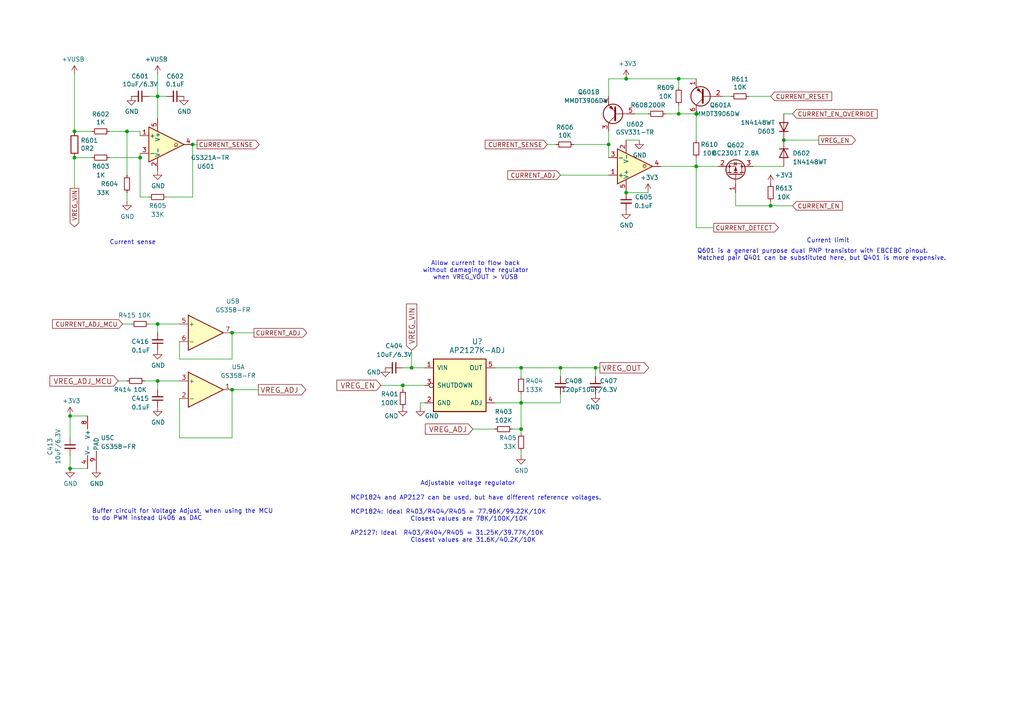
<source format=kicad_sch>
(kicad_sch (version 20250114) (generator "eeschema") (generator_version "9.0")
  (paper "A4")
  (lib_symbols
    (symbol "Amplifier_Operational:LM358_DFN" (pin_names (offset 0.127))
      (property "Reference" "U" (at 0 5.08 0))
      (property "Value" "LM358_DFN" (at 0 -5.08 0))
      (symbol "LM358_DFN_1_1"
        (polyline (pts (xy -5.08 5.08) (xy 5.08 0) (xy -5.08 -5.08) (xy -5.08 5.08)) (stroke (width 0.254)) (fill (type background)))
        (pin input line (at -7.62 2.54 0) (length 2.54) (name "+") (number "3"))
        (pin input line (at -7.62 -2.54 0) (length 2.54) (name "-") (number "2"))
        (pin output line (at 7.62 0 180) (length 2.54) (name "~") (number "1"))
      )
      (symbol "LM358_DFN_2_1"
        (polyline (pts (xy -5.08 5.08) (xy 5.08 0) (xy -5.08 -5.08) (xy -5.08 5.08)) (stroke (width 0.254)) (fill (type background)))
        (pin input line (at -7.62 2.54 0) (length 2.54) (name "+") (number "5"))
        (pin input line (at -7.62 -2.54 0) (length 2.54) (name "-") (number "6"))
        (pin output line (at 7.62 0 180) (length 2.54) (name "~") (number "7"))
      )
      (symbol "LM358_DFN_3_1"
        (pin power_in line (at -2.54 7.62 270) (length 3.81) (name "V+") (number "8"))
        (pin power_in line (at -2.54 -7.62 90) (length 3.81) (name "V-") (number "4"))
        (pin power_in line (at 0 -7.62 90) (length 5.08) (name "PAD") (number "9"))
      )
    )
    (symbol "BusPirate-5-rev10-rescue:+3.3V-power" (power) (pin_names (offset 0))
      (property "Value" "+3.3V-power" (at 0 3.556 0))
      (symbol "+3.3V-power_0_1"
        (polyline (pts (xy -0.762 1.27) (xy 0 2.54)))
        (polyline (pts (xy 0 2.54) (xy 0.762 1.27)))
        (polyline (pts (xy 0 0) (xy 0 2.54)))
      )
      (symbol "+3.3V-power_1_1"
        (pin power_in line (at 0 0 90) (length 0) (hide yes) (name "+3V3") (number "1"))
      )
    )
    (symbol "Comparator:LMV331" (pin_names (offset 0.127))
      (property "Reference" "U" (at 1.27 5.08 0))
      (property "Value" "LMV331" (at 3.81 -5.08 0))
      (symbol "LMV331_0_1"
        (polyline (pts (xy -5.08 5.08) (xy 5.08 0) (xy -5.08 -5.08) (xy -5.08 5.08)) (stroke (width 0.254)) (fill (type background)))
        (polyline (pts (xy 3.302 -0.508) (xy 2.794 -0.508) (xy 3.302 0) (xy 2.794 0.508) (xy 2.286 0) (xy 2.794 -0.508) (xy 2.286 -0.508)) (stroke (width 0.127)))
      )
      (symbol "LMV331_1_1"
        (pin input line (at -7.62 2.54 0) (length 2.54) (name "+") (number "1"))
        (pin input line (at -7.62 -2.54 0) (length 2.54) (name "-") (number "3"))
        (pin power_in line (at -2.54 7.62 270) (length 3.81) (name "V+") (number "5"))
        (pin power_in line (at -2.54 -7.62 90) (length 3.81) (name "V-") (number "2"))
        (pin open_collector line (at 7.62 0 180) (length 2.54) (name "~") (number "4"))
      )
    )
    (symbol "Device:C_Small" (pin_numbers (hide yes)) (pin_names (offset 0.254) (hide yes))
      (property "Reference" "C" (at 0.254 1.778 0))
      (property "Value" "C_Small" (at 0.254 -2.032 0))
      (symbol "C_Small_0_1"
        (polyline (pts (xy -1.524 0.508) (xy 1.524 0.508)) (stroke (width 0.3048)))
        (polyline (pts (xy -1.524 -0.508) (xy 1.524 -0.508)) (stroke (width 0.3302)))
      )
      (symbol "C_Small_1_1"
        (pin passive line (at 0 2.54 270) (length 2.032) (name "~") (number "1"))
        (pin passive line (at 0 -2.54 90) (length 2.032) (name "~") (number "2"))
      )
    )
    (symbol "Device:R" (pin_numbers (hide yes)) (pin_names (offset 0))
      (property "Reference" "R" (at 2.032 0 90))
      (property "Value" "R" (at 0 0 90))
      (symbol "R_0_1"
        (rectangle (start -1.016 -2.54) (end 1.016 2.54) (stroke (width 0.254)))
      )
      (symbol "R_1_1"
        (pin passive line (at 0 3.81 270) (length 1.27) (name "~") (number "1"))
        (pin passive line (at 0 -3.81 90) (length 1.27) (name "~") (number "2"))
      )
    )
    (symbol "Device:R_Small" (pin_numbers (hide yes)) (pin_names (offset 0.254) (hide yes))
      (property "Reference" "R" (at 0.762 0.508 0))
      (property "Value" "R_Small" (at 0.762 -1.016 0))
      (symbol "R_Small_0_1"
        (rectangle (start -0.762 1.778) (end 0.762 -1.778) (stroke (width 0.2032)))
      )
      (symbol "R_Small_1_1"
        (pin passive line (at 0 2.54 270) (length 0.762) (name "~") (number "1"))
        (pin passive line (at 0 -2.54 90) (length 0.762) (name "~") (number "2"))
      )
    )
    (symbol "Diode:1N4148WS" (pin_numbers (hide yes)) (pin_names (hide yes))
      (property "Reference" "D" (at 0 2.54 0))
      (property "Value" "1N4148WS" (at 0 -2.54 0))
      (symbol "1N4148WS_0_1"
        (polyline (pts (xy -1.27 1.27) (xy -1.27 -1.27)) (stroke (width 0.254)))
        (polyline (pts (xy 1.27 1.27) (xy 1.27 -1.27) (xy -1.27 0) (xy 1.27 1.27)) (stroke (width 0.254)))
        (polyline (pts (xy 1.27 0) (xy -1.27 0)))
      )
      (symbol "1N4148WS_1_1"
        (pin passive line (at -3.81 0 0) (length 2.54) (name "K") (number "1"))
        (pin passive line (at 3.81 0 180) (length 2.54) (name "A") (number "2"))
      )
    )
    (symbol "Transistor_FET:BSS84" (pin_names (hide yes))
      (property "Reference" "Q" (at 5.08 1.905 0))
      (property "Value" "BSS84" (at 5.08 0 0))
      (symbol "BSS84_0_1"
        (polyline (pts (xy 0.254 1.905) (xy 0.254 -1.905)) (stroke (width 0.254)))
        (polyline (pts (xy 0.254 0) (xy -2.54 0)))
        (polyline (pts (xy 0.762 2.286) (xy 0.762 1.27)) (stroke (width 0.254)))
        (polyline (pts (xy 0.762 1.778) (xy 3.302 1.778) (xy 3.302 -1.778) (xy 0.762 -1.778)))
        (polyline (pts (xy 0.762 0.508) (xy 0.762 -0.508)) (stroke (width 0.254)))
        (polyline (pts (xy 0.762 -1.27) (xy 0.762 -2.286)) (stroke (width 0.254)))
        (circle (center 1.651 0) (radius 2.794) (stroke (width 0.254)))
        (polyline (pts (xy 2.286 0) (xy 1.27 0.381) (xy 1.27 -0.381) (xy 2.286 0)) (fill (type outline)))
        (polyline (pts (xy 2.54 2.54) (xy 2.54 1.778)))
        (circle (center 2.54 1.778) (radius 0.254) (fill (type outline)))
        (circle (center 2.54 -1.778) (radius 0.254) (fill (type outline)))
        (polyline (pts (xy 2.54 -2.54) (xy 2.54 0) (xy 0.762 0)))
        (polyline (pts (xy 2.794 -0.508) (xy 2.921 -0.381) (xy 3.683 -0.381) (xy 3.81 -0.254)))
        (polyline (pts (xy 3.302 -0.381) (xy 2.921 0.254) (xy 3.683 0.254) (xy 3.302 -0.381)))
      )
      (symbol "BSS84_1_1"
        (pin input line (at -5.08 0 0) (length 2.54) (name "G") (number "1"))
        (pin passive line (at 2.54 5.08 270) (length 2.54) (name "D") (number "3"))
        (pin passive line (at 2.54 -5.08 90) (length 2.54) (name "S") (number "2"))
      )
    )
    (symbol "dp-power:+VUSB" (power) (pin_names (offset 1.016))
      (property "Value" "+VUSB" (at 0 5.08 0))
      (symbol "+VUSB_0_1"
        (polyline (pts (xy 0 2.54) (xy -0.762 1.27)))
        (polyline (pts (xy 0 2.54) (xy 0.762 1.27)))
        (polyline (pts (xy 0 0) (xy 0 2.54)))
      )
      (symbol "+VUSB_1_1"
        (pin power_in line (at 0 0 90) (length 0) (hide yes) (name "+VUSB") (number "1"))
      )
    )
    (symbol "dp-vreg:MCP1824" (pin_names (offset 1.016))
      (property "Reference" "U" (at 0 12.7 0))
      (property "Value" "MCP1824" (at 0 10.16 0))
      (symbol "MCP1824_0_1"
        (rectangle (start -7.62 7.62) (end 7.62 -7.62) (stroke (width 0.3048)) (fill (type background)))
      )
      (symbol "MCP1824_1_1"
        (pin input line (at -10.16 5.08 0) (length 2.54) (name "VIN") (number "1"))
        (pin input inverted (at -10.16 0 0) (length 2.54) (name "SHUTDOWN") (number "3"))
        (pin input line (at -10.16 -5.08 0) (length 2.54) (name "GND") (number "2"))
        (pin power_out line (at 10.16 5.08 180) (length 2.54) (name "OUT") (number "5"))
        (pin input line (at 10.16 -5.08 180) (length 2.54) (name "ADJ") (number "4"))
      )
    )
    (symbol "kicad5-device:Q_DUAL_PNP_PNP_E1B1C2E2B2C1" (pin_names (offset 0) (hide yes))
      (property "Reference" "Q" (at 5.08 1.27 0))
      (property "Value" "Q_DUAL_PNP_PNP_E1B1C2E2B2C1" (at 5.08 -1.27 0))
      (symbol "Q_DUAL_PNP_PNP_E1B1C2E2B2C1_0_1"
        (polyline (pts (xy 0.635 1.905) (xy 0.635 -1.905) (xy 0.635 -1.905)) (stroke (width 0.508)))
        (polyline (pts (xy 0.635 0.635) (xy 2.54 2.54)))
        (polyline (pts (xy 0.635 0) (xy -2.54 0)))
        (polyline (pts (xy 0.635 -0.635) (xy 2.54 -2.54) (xy 2.54 -2.54)))
        (circle (center 1.27 0) (radius 2.8194) (stroke (width 0.254)))
        (polyline (pts (xy 2.286 -1.778) (xy 1.778 -2.286) (xy 1.27 -1.27) (xy 2.286 -1.778) (xy 2.286 -1.778)) (fill (type outline)))
      )
      (symbol "Q_DUAL_PNP_PNP_E1B1C2E2B2C1_1_1"
        (pin input line (at -5.08 0 0) (length 2.54) (name "B1") (number "2"))
        (pin passive line (at 2.54 5.08 270) (length 2.54) (name "C1") (number "6"))
        (pin passive line (at 2.54 -5.08 90) (length 2.54) (name "E1") (number "1"))
      )
      (symbol "Q_DUAL_PNP_PNP_E1B1C2E2B2C1_2_1"
        (pin input line (at -5.08 0 0) (length 2.54) (name "B2") (number "5"))
        (pin passive line (at 2.54 5.08 270) (length 2.54) (name "C2") (number "3"))
        (pin passive line (at 2.54 -5.08 90) (length 2.54) (name "E2") (number "4"))
      )
    )
    (symbol "power:GND" (power) (pin_names (offset 0))
      (property "Value" "GND" (at 0 -3.81 0))
      (symbol "GND_0_1"
        (polyline (pts (xy 0 0) (xy 0 -1.27) (xy 1.27 -1.27) (xy 0 -2.54) (xy -1.27 -1.27) (xy 0 -1.27)))
      )
      (symbol "GND_1_1"
        (pin power_in line (at 0 0 270) (length 0) (hide yes) (name "GND") (number "1"))
      )
    )
  )
  (text "Adjustable voltage regulator" (at 121.92 140.97 0) (effects (font (size 1.27 1.27)) (justify left bottom)))
  (text "Current sense" (at 31.75 71.12 0) (effects (font (size 1.27 1.27)) (justify left bottom)))
  (text "Allow current to flow back\nwithout damaging the regulator\nwhen VREG_VOUT > VUSB" (at 137.922 78.486 0) (effects (font (size 1.27 1.27))))
  (text "MCP1824 and AP2127 can be used, but have different reference voltages.\n\nMCP1824: Ideal R403/R404/R405 = 77.96K/99.22K/10K\n                  Closest values are 78K/100K/10K\n\nAP2127: Ideal  R403/R404/R405 = 31.25K/39.77K/10K\n                  Closest values are 31.6K/40.2K/10K" (at 101.6 157.48 0) (effects (font (size 1.27 1.27)) (justify left bottom)))
  (text "Current limit" (at 233.934 70.612 0) (effects (font (size 1.27 1.27)) (justify left bottom)))
  (text "Buffer circuit for Voltage Adjust, when using the MCU\nto do PWM instead U406 as DAC" (at 26.67 151.13 0) (effects (font (size 1.27 1.27)) (justify left bottom)))
  (text "Q601 is a general purpose dual PNP transistor with EBCEBC pinout. \nMatched pair Q401 can be substituted here, but Q401 is more expensive.\n" (at 202.184 75.692 0) (effects (font (size 1.27 1.27)) (justify left bottom)))
  (junction (at 201.93 48.26))
  (junction (at 151.13 106.68))
  (junction (at 227.33 40.64))
  (junction (at 201.93 33.02))
  (junction (at 162.56 106.68))
  (junction (at 116.84 111.76))
  (junction (at 20.32 120.65))
  (junction (at 181.61 22.86))
  (junction (at 196.85 33.02))
  (junction (at 45.72 27.94))
  (junction (at 21.59 38.1))
  (junction (at 67.31 113.03))
  (junction (at 40.64 45.72))
  (junction (at 151.13 124.46))
  (junction (at 45.72 93.98))
  (junction (at 119.38 106.68))
  (junction (at 45.72 110.49))
  (junction (at 181.61 55.88))
  (junction (at 172.72 106.68))
  (junction (at 55.88 41.91))
  (junction (at 20.32 135.89))
  (junction (at 176.53 41.91))
  (junction (at 36.83 38.1))
  (junction (at 151.13 116.84))
  (junction (at 196.85 22.86))
  (junction (at 21.59 45.72))
  (junction (at 67.31 96.52))
  (junction (at 223.52 59.69))
  (wire (pts (xy 213.36 59.69) (xy 213.36 55.88)))
  (wire (pts (xy 26.67 45.72) (xy 21.59 45.72)))
  (wire (pts (xy 151.13 132.08) (xy 151.13 130.81)))
  (wire (pts (xy 176.53 50.8) (xy 162.56 50.8)))
  (wire (pts (xy 20.32 132.08) (xy 20.32 135.89)))
  (wire (pts (xy 67.31 127) (xy 67.31 113.03)))
  (wire (pts (xy 176.53 41.91) (xy 176.53 45.72)))
  (wire (pts (xy 52.07 110.49) (xy 45.72 110.49)))
  (wire (pts (xy 223.52 27.94) (xy 217.17 27.94)))
  (wire (pts (xy 151.13 125.73) (xy 151.13 124.46)))
  (wire (pts (xy 20.32 120.65) (xy 20.32 127)))
  (wire (pts (xy 166.37 41.91) (xy 176.53 41.91)))
  (wire (pts (xy 181.61 22.86) (xy 176.53 22.86)))
  (wire (pts (xy 31.75 38.1) (xy 36.83 38.1)))
  (wire (pts (xy 161.29 41.91) (xy 158.75 41.91)))
  (wire (pts (xy 151.13 116.84) (xy 162.56 116.84)))
  (wire (pts (xy 191.77 48.26) (xy 201.93 48.26)))
  (wire (pts (xy 45.72 93.98) (xy 45.72 96.52)))
  (wire (pts (xy 123.19 116.84) (xy 121.92 116.84)))
  (wire (pts (xy 40.64 38.1) (xy 40.64 39.37)))
  (wire (pts (xy 67.31 104.14) (xy 67.31 96.52)))
  (wire (pts (xy 40.64 57.15) (xy 40.64 45.72)))
  (wire (pts (xy 45.72 27.94) (xy 45.72 21.59)))
  (wire (pts (xy 21.59 38.1) (xy 21.59 21.59)))
  (wire (pts (xy 151.13 116.84) (xy 151.13 114.3)))
  (wire (pts (xy 116.84 111.76) (xy 110.49 111.76)))
  (wire (pts (xy 187.96 33.02) (xy 184.15 33.02)))
  (wire (pts (xy 193.04 33.02) (xy 196.85 33.02)))
  (wire (pts (xy 151.13 109.22) (xy 151.13 106.68)))
  (wire (pts (xy 172.72 106.68) (xy 173.99 106.68)))
  (wire (pts (xy 196.85 33.02) (xy 201.93 33.02)))
  (wire (pts (xy 43.18 57.15) (xy 40.64 57.15)))
  (wire (pts (xy 201.93 66.04) (xy 201.93 48.26)))
  (wire (pts (xy 36.83 55.88) (xy 36.83 58.42)))
  (wire (pts (xy 55.88 41.91) (xy 55.88 57.15)))
  (wire (pts (xy 137.16 124.46) (xy 143.51 124.46)))
  (wire (pts (xy 21.59 45.72) (xy 21.59 54.61)))
  (wire (pts (xy 55.88 57.15) (xy 48.26 57.15)))
  (wire (pts (xy 67.31 96.52) (xy 73.66 96.52)))
  (wire (pts (xy 52.07 99.06) (xy 52.07 104.14)))
  (wire (pts (xy 143.51 106.68) (xy 151.13 106.68)))
  (wire (pts (xy 213.36 59.69) (xy 223.52 59.69)))
  (wire (pts (xy 229.87 59.69) (xy 223.52 59.69)))
  (wire (pts (xy 181.61 22.86) (xy 196.85 22.86)))
  (wire (pts (xy 162.56 116.84) (xy 162.56 114.3)))
  (wire (pts (xy 196.85 22.86) (xy 201.93 22.86)))
  (wire (pts (xy 151.13 106.68) (xy 162.56 106.68)))
  (wire (pts (xy 40.64 44.45) (xy 40.64 45.72)))
  (wire (pts (xy 181.61 55.88) (xy 187.96 55.88)))
  (wire (pts (xy 201.93 48.26) (xy 201.93 45.72)))
  (wire (pts (xy 218.44 48.26) (xy 227.33 48.26)))
  (wire (pts (xy 119.38 101.6) (xy 119.38 106.68)))
  (wire (pts (xy 172.72 106.68) (xy 172.72 109.22)))
  (wire (pts (xy 55.88 41.91) (xy 57.15 41.91)))
  (wire (pts (xy 151.13 124.46) (xy 151.13 116.84)))
  (wire (pts (xy 212.09 27.94) (xy 209.55 27.94)))
  (wire (pts (xy 181.61 40.64) (xy 185.42 40.64)))
  (wire (pts (xy 207.01 66.04) (xy 201.93 66.04)))
  (wire (pts (xy 237.49 40.64) (xy 227.33 40.64)))
  (wire (pts (xy 176.53 27.94) (xy 176.53 22.86)))
  (wire (pts (xy 45.72 113.03) (xy 45.72 110.49)))
  (wire (pts (xy 52.07 115.57) (xy 52.07 127)))
  (wire (pts (xy 116.84 106.68) (xy 119.38 106.68)))
  (wire (pts (xy 116.84 113.03) (xy 116.84 111.76)))
  (wire (pts (xy 52.07 127) (xy 67.31 127)))
  (wire (pts (xy 143.51 116.84) (xy 151.13 116.84)))
  (wire (pts (xy 26.67 38.1) (xy 21.59 38.1)))
  (wire (pts (xy 45.72 93.98) (xy 52.07 93.98)))
  (wire (pts (xy 119.38 106.68) (xy 123.19 106.68)))
  (wire (pts (xy 52.07 104.14) (xy 67.31 104.14)))
  (wire (pts (xy 148.59 124.46) (xy 151.13 124.46)))
  (wire (pts (xy 176.53 38.1) (xy 176.53 41.91)))
  (wire (pts (xy 36.83 50.8) (xy 36.83 38.1)))
  (wire (pts (xy 45.72 110.49) (xy 41.91 110.49)))
  (wire (pts (xy 74.93 113.03) (xy 67.31 113.03)))
  (wire (pts (xy 123.19 111.76) (xy 116.84 111.76)))
  (wire (pts (xy 201.93 40.64) (xy 201.93 33.02)))
  (wire (pts (xy 196.85 25.4) (xy 196.85 22.86)))
  (wire (pts (xy 162.56 109.22) (xy 162.56 106.68)))
  (wire (pts (xy 162.56 106.68) (xy 172.72 106.68)))
  (wire (pts (xy 208.28 48.26) (xy 201.93 48.26)))
  (wire (pts (xy 36.83 110.49) (xy 34.29 110.49)))
  (wire (pts (xy 40.64 45.72) (xy 31.75 45.72)))
  (wire (pts (xy 196.85 30.48) (xy 196.85 33.02)))
  (wire (pts (xy 43.18 27.94) (xy 45.72 27.94)))
  (wire (pts (xy 36.83 38.1) (xy 40.64 38.1)))
  (wire (pts (xy 20.32 120.65) (xy 25.4 120.65)))
  (wire (pts (xy 45.72 27.94) (xy 45.72 34.29)))
  (wire (pts (xy 223.52 58.42) (xy 223.52 59.69)))
  (wire (pts (xy 43.18 93.98) (xy 45.72 93.98)))
  (wire (pts (xy 229.87 33.02) (xy 227.33 33.02)))
  (wire (pts (xy 121.92 116.84) (xy 121.92 118.11)))
  (wire (pts (xy 45.72 27.94) (xy 48.26 27.94)))
  (wire (pts (xy 20.32 135.89) (xy 25.4 135.89)))
  (wire (pts (xy 38.1 93.98) (xy 35.56 93.98)))
  (global_label "CURRENT_ADJ" (shape input) (at 162.56 50.8 180) (property "Intersheetrefs" "${INTERSHEET_REFS}" (effects (hide yes))))
  (global_label "VREG_VIN" (shape output) (at 21.59 54.61 270) (property "Intersheetrefs" "${INTERSHEET_REFS}" (effects (hide yes))))
  (global_label "VREG_ADJ" (shape output) (at 74.93 113.03 0) (effects (font (size 1.524 1.524))) (property "Intersheetrefs" "${INTERSHEET_REFS}" (effects (hide yes))))
  (global_label "CURRENT_ADJ" (shape output) (at 73.66 96.52 0) (property "Intersheetrefs" "${INTERSHEET_REFS}" (effects (hide yes))))
  (global_label "CURRENT_DETECT" (shape output) (at 207.01 66.04 0) (property "Intersheetrefs" "${INTERSHEET_REFS}" (effects (hide yes))))
  (global_label "VREG_ADJ" (shape input) (at 137.16 124.46 180) (effects (font (size 1.524 1.524))) (property "Intersheetrefs" "${INTERSHEET_REFS}" (effects (hide yes))))
  (global_label "VREG_EN" (shape output) (at 237.49 40.64 0) (property "Intersheetrefs" "${INTERSHEET_REFS}" (effects (hide yes))))
  (global_label "VREG_OUT" (shape output) (at 173.99 106.68 0) (effects (font (size 1.524 1.524))) (property "Intersheetrefs" "${INTERSHEET_REFS}" (effects (hide yes))))
  (global_label "CURRENT_SENSE" (shape input) (at 158.75 41.91 180) (property "Intersheetrefs" "${INTERSHEET_REFS}" (effects (hide yes))))
  (global_label "VREG_EN" (shape input) (at 110.49 111.76 180) (effects (font (size 1.524 1.524))) (property "Intersheetrefs" "${INTERSHEET_REFS}" (effects (hide yes))))
  (global_label "VREG_ADJ_MCU" (shape input) (at 34.29 110.49 180) (effects (font (size 1.524 1.524))) (property "Intersheetrefs" "${INTERSHEET_REFS}" (effects (hide yes))))
  (global_label "CURRENT_SENSE" (shape output) (at 57.15 41.91 0) (property "Intersheetrefs" "${INTERSHEET_REFS}" (effects (hide yes))))
  (global_label "VREG_VIN" (shape input) (at 119.38 101.6 90) (effects (font (size 1.524 1.524))) (property "Intersheetrefs" "${INTERSHEET_REFS}" (effects (hide yes))))
  (global_label "CURRENT_EN" (shape input) (at 229.87 59.69 0) (property "Intersheetrefs" "${INTERSHEET_REFS}" (effects (hide yes))))
  (global_label "CURRENT_EN_OVERRIDE" (shape input) (at 229.87 33.02 0) (property "Intersheetrefs" "${INTERSHEET_REFS}" (effects (hide yes))))
  (global_label "CURRENT_RESET" (shape input) (at 223.52 27.94 0) (property "Intersheetrefs" "${INTERSHEET_REFS}" (effects (hide yes))))
  (global_label "CURRENT_ADJ_MCU" (shape input) (at 35.56 93.98 180) (property "Intersheetrefs" "${INTERSHEET_REFS}" (effects (hide yes))))
  (symbol (lib_id "dp-vreg:MCP1824") (at 133.35 111.76 0) (unit 1)
    (property "Reference" "U403" (at 138.43 99.06 0) (effects (font (size 1.524 1.524))))
    (property "Value" "AP2127K-ADJ" (at 138.43 101.6 0) (effects (font (size 1.524 1.524))))
    (property "Footprint" "Package_TO_SOT_SMD:SOT-23-5" (effects (hide yes)))
    (property "RMB" "2.68" (effects (hide yes)))
    (property "Supplier" " https://item.szlcsc.com/157049.html" (effects (hide yes)))
    (property "szlcsc_partnumber" "C96343" (effects (hide yes)))
    (property "szlcsc_url" "https://item.szlcsc.com/97547.html?fromZone=s_s__%2522AP2127K-ADJ%2522&spm=sc.gb.xh1.zy.n___sc.gb.hd.ss&lcsc_vid=RlENUlJWE1QKBlBWRAVaUFNTT1leBQZXRFNcVAVQQVAxVlNSRFRcV1ZTQFNZVDsOAxUeFF5JWAgaAglIBBsCBBcFWQIBCks%3D" (effects (hide yes)))
    (instances (project "REV0" (path "" (reference "U?") (unit 1)) (path "" (reference "U403") (unit 1))))
  )
  (symbol (lib_id "power:GND") (at 121.92 118.11 0) (unit 1)
    (property "Reference" "#PWR0412" (effects (hide yes)))
    (property "Value" "GND" (at 123.19 120.65 0) (effects (justify left)))
  )
  (symbol (lib_id "Device:C_Small") (at 172.72 111.76 0) (unit 1)
    (property "Reference" "C407" (at 179.07 110.49 0) (effects (justify right)))
    (property "Value" "10uF/6.3V" (at 179.07 113.03 0) (effects (justify right)))
    (property "Footprint" "Capacitor_SMD:C_0402_1005Metric" (effects (hide yes)))
    (property "Description" "CL05A106MQ5NUNC" (effects (hide yes)))
    (property "RMB" "0.037726" (effects (hide yes)))
    (property "Supplier" "https://item.szlcsc.com/1877.html" (effects (hide yes)))
    (property "MANUFACTURER" "Samsung" (effects (hide yes)))
    (property "szlcsc_partnumber" "C15525" (effects (hide yes)))
    (property "szlcsc_url" "https://item.szlcsc.com/16204.html?fromZone=s_s__%2522CL05A106MQ5NUNC%2522&spm=sc.gb.xh1.zy.n___sc.gb.hd.ss&lcsc_vid=RlENUlJWE1QKBlBWRAVaUFNTT1leBQZXRFNcVAVQQVAxVlNSRFRfXlxWQ1hXUDsOAxUeFF5JWAgaAglIBBsCBBcFWQIBCks%3D" (effects (hide yes)))
  )
  (symbol (lib_id "power:GND") (at 172.72 114.3 0) (unit 1)
    (property "Reference" "#PWR0419" (effects (hide yes)))
    (property "Value" "GND" (at 173.99 118.11 0) (effects (justify right)))
  )
  (symbol (lib_id "Device:C_Small") (at 114.3 106.68 270) (unit 1)
    (property "Reference" "C404" (at 114.3 100.33 90))
    (property "Value" "10uF/6.3V" (at 114.3 102.87 90))
    (property "Footprint" "Capacitor_SMD:C_0402_1005Metric" (effects (hide yes)))
    (property "Description" "CL05A106MQ5NUNC" (effects (hide yes)))
    (property "RMB" "0.037726" (effects (hide yes)))
    (property "Supplier" "https://item.szlcsc.com/1877.html" (effects (hide yes)))
    (property "MANUFACTURER" "Samsung" (effects (hide yes)))
    (property "szlcsc_partnumber" "C15525" (effects (hide yes)))
    (property "szlcsc_url" "https://item.szlcsc.com/16204.html?fromZone=s_s__%2522CL05A106MQ5NUNC%2522&spm=sc.gb.xh1.zy.n___sc.gb.hd.ss&lcsc_vid=RlENUlJWE1QKBlBWRAVaUFNTT1leBQZXRFNcVAVQQVAxVlNSRFRfXlxWQ1hXUDsOAxUeFF5JWAgaAglIBBsCBBcFWQIBCks%3D" (effects (hide yes)))
  )
  (symbol (lib_id "power:GND") (at 111.76 106.68 0) (unit 1)
    (property "Reference" "#PWR0410" (effects (hide yes)))
    (property "Value" "GND" (at 110.49 107.95 0) (effects (justify right)))
  )
  (symbol (lib_id "Device:R_Small") (at 116.84 115.57 0) (unit 1)
    (property "Reference" "R401" (at 115.57 114.3 0) (effects (justify right)))
    (property "Value" "100K" (at 115.57 116.84 0) (effects (justify right)))
    (property "Footprint" "Resistor_SMD:R_0402_1005Metric" (effects (hide yes)))
    (property "RMB" "0.005749" (effects (hide yes)))
    (property "Supplier" "https://item.szlcsc.com/61543.html" (effects (hide yes)))
    (property "szlcsc_partnumber" "C25741" (effects (hide yes)))
    (property "szlcsc_url" "https://item.szlcsc.com/26484.html?fromZone=s_s__%2522100K%25200402%2522&spm=sc.gb.xh1.zy.n&lcsc_vid=RlENUlJWE1QKBlBWRAVaUFNTT1leBQZXRFNcVAVQQVAxVlNSRFRcV1ZTQFNZVDsOAxUeFF5JWAgaAglIBBsCBBcFWQIBCks%3D" (effects (hide yes)))
  )
  (symbol (lib_id "power:GND") (at 116.84 118.11 0) (unit 1)
    (property "Reference" "#PWR0411" (effects (hide yes)))
    (property "Value" "GND" (at 115.57 120.65 0) (effects (justify right)))
  )
  (symbol (lib_id "Device:R_Small") (at 151.13 111.76 0) (unit 1)
    (property "Reference" "R404" (at 152.4 110.49 0) (effects (justify left)))
    (property "Value" "133K" (at 152.4 113.03 0) (effects (justify left)))
    (property "Footprint" "Resistor_SMD:R_0402_1005Metric" (effects (hide yes)))
    (property "RMB" "0.005749" (effects (hide yes)))
    (property "Supplier" "https://item.szlcsc.com/61543.html" (effects (hide yes)))
    (property "szlcsc_partnumber" "C25753" (effects (hide yes)))
    (property "szlcsc_url" "https://item.szlcsc.com/26496.html?fromZone=s_s__%2522133K%25200402%2522&spm=sc.gb.xh4.zy.n___sc.gb.hd.ss&lcsc_vid=RlENUlJWE1QKBlBWRAVaUFNTT1leBQZXRFNcVAVQQVAxVlNSRFRcV1ZTQFNZVDsOAxUeFF5JWAgaAglIBBsCBBcFWQIBCks%3D" (effects (hide yes)))
  )
  (symbol (lib_id "Device:R_Small") (at 151.13 128.27 0) (unit 1)
    (property "Reference" "R405" (at 149.86 127 0) (effects (justify right)))
    (property "Value" "33K" (at 149.86 129.54 0) (effects (justify right)))
    (property "Footprint" "Resistor_SMD:R_0402_1005Metric" (effects (hide yes)))
    (property "RMB" "0.004864" (effects (hide yes)))
    (property "Supplier" "https://item.szlcsc.com/61542.html" (effects (hide yes)))
    (property "szlcsc_partnumber" "C25779" (effects (hide yes)))
    (property "szlcsc_url" "https://item.szlcsc.com/26522.html?fromZone=s_s__%252233K%25200402%2522&spm=sc.gb.xh2.zy.n___sc.gb.hd.ss&lcsc_vid=RlENUlJWE1QKBlBWRAVaUFNTT1leBQZXRFNcVAVQQVAxVlNSRFRcV1ZTQFNZVDsOAxUeFF5JWAgaAglIBBsCBBcFWQIBCks%3D" (effects (hide yes)))
  )
  (symbol (lib_id "Device:R_Small") (at 146.05 124.46 90) (unit 1)
    (property "Reference" "R403" (at 146.05 119.38 90))
    (property "Value" "102K" (at 146.05 121.92 90))
    (property "Footprint" "Resistor_SMD:R_0402_1005Metric" (effects (hide yes)))
    (property "RMB" "0.005944" (effects (hide yes)))
    (property "Supplier" "https://item.szlcsc.com/174835.html" (effects (hide yes)))
    (property "szlcsc_partnumber" "C26991" (effects (hide yes)))
    (property "szlcsc_url" "https://item.szlcsc.com/27740.html?fromZone=s_s__%2522102K%25200402%2522&spm=sc.gb.xh3.zy.n___sc.gb.hd.ss&lcsc_vid=RlENUlJWE1QKBlBWRAVaUFNTT1leBQZXRFNcVAVQQVAxVlNSRFRcV1ZTQFNZVDsOAxUeFF5JWAgaAglIBBsCBBcFWQIBCks%3D" (effects (hide yes)))
  )
  (symbol (lib_id "power:GND") (at 151.13 132.08 0) (unit 1)
    (property "Reference" "#PWR0417" (effects (hide yes)))
    (property "Value" "GND" (at 151.257 136.4742 0))
  )
  (symbol (lib_id "Device:R_Small") (at 29.21 38.1 270) (unit 1)
    (property "Reference" "R602" (at 29.21 33.1216 90))
    (property "Value" "1K" (at 29.21 35.433 90))
    (property "Footprint" "Resistor_SMD:R_0402_1005Metric" (effects (hide yes)))
    (property "RMB" "0.005622" (effects (hide yes)))
    (property "Supplier" "https://item.szlcsc.com/107450.html" (effects (hide yes)))
    (property "szlcsc_partnumber" "C11702" (effects (hide yes)))
    (property "szlcsc_url" "https://item.szlcsc.com/12256.html?fromZone=s_s__%25221K%25200402%2522&spm=sc.gb.xh1.zy.n&lcsc_vid=RlENUlJWE1QKBlBWRAVaUFNTT1leBQZXRFNcVAVQQVAxVlNSRFRcV1VURlNcVTsOAxUeFF5JWAgaAglIBBsCBBcFWQIBCks%3D" (effects (hide yes)))
  )
  (symbol (lib_id "Device:R") (at 21.59 41.91 0) (unit 1)
    (property "Reference" "R601" (at 23.368 40.7416 0) (effects (justify left)))
    (property "Value" "0R2" (at 23.368 43.053 0) (effects (justify left)))
    (property "Footprint" "Resistor_SMD:R_2512_6332Metric_Pad1.40x3.35mm_HandSolder" (effects (hide yes)))
    (property "RMB" "0.418328" (effects (hide yes)))
    (property "Supplier" "https://item.szlcsc.com/464030.html" (effects (hide yes)))
  )
  (symbol (lib_id "Device:R_Small") (at 29.21 45.72 270) (unit 1)
    (property "Reference" "R603" (at 29.21 48.26 90))
    (property "Value" "1K" (at 29.21 50.8 90))
    (property "Footprint" "Resistor_SMD:R_0402_1005Metric" (effects (hide yes)))
    (property "RMB" "0.005622" (effects (hide yes)))
    (property "Supplier" "https://item.szlcsc.com/107450.html" (effects (hide yes)))
    (property "szlcsc_partnumber" "C11702" (effects (hide yes)))
    (property "szlcsc_url" "https://item.szlcsc.com/12256.html?fromZone=s_s__%25221K%25200402%2522&spm=sc.gb.xh1.zy.n&lcsc_vid=RlENUlJWE1QKBlBWRAVaUFNTT1leBQZXRFNcVAVQQVAxVlNSRFRcV1VURlNcVTsOAxUeFF5JWAgaAglIBBsCBBcFWQIBCks%3D" (effects (hide yes)))
  )
  (symbol (lib_id "Device:R_Small") (at 36.83 53.34 180) (unit 1)
    (property "Reference" "R604" (at 29.21 53.34 0) (effects (justify right)))
    (property "Value" "33K" (at 27.94 55.88 0) (effects (justify right)))
    (property "Footprint" "Resistor_SMD:R_0402_1005Metric" (effects (hide yes)))
    (property "RMB" "0.005541" (effects (hide yes)))
    (property "Supplier" "https://item.szlcsc.com/141563.html" (effects (hide yes)))
    (property "szlcsc_partnumber" "C25779" (effects (hide yes)))
    (property "szlcsc_url" "https://item.szlcsc.com/26522.html?fromZone=s_s__%252233K%25200402%2522&spm=sc.gb.xh2.zy.n___sc.gb.hd.ss&lcsc_vid=RlENUlJWE1QKBlBWRAVaUFNTT1leBQZXRFNcVAVQQVAxVlNSRFRcV1ZTQFNZVDsOAxUeFF5JWAgaAglIBBsCBBcFWQIBCks%3D" (effects (hide yes)))
  )
  (symbol (lib_id "power:GND") (at 36.83 58.42 0) (unit 1)
    (property "Reference" "#PWR0602" (effects (hide yes)))
    (property "Value" "GND" (at 36.957 62.8142 0))
  )
  (symbol (lib_id "power:GND") (at 45.72 49.53 0) (unit 1)
    (property "Reference" "#PWR0605" (effects (hide yes)))
    (property "Value" "GND" (at 45.847 53.9242 0))
  )
  (symbol (lib_id "Device:R_Small") (at 45.72 57.15 270) (unit 1)
    (property "Reference" "R605" (at 45.72 59.69 90))
    (property "Value" "33K" (at 45.72 62.23 90))
    (property "Footprint" "Resistor_SMD:R_0402_1005Metric" (effects (hide yes)))
    (property "RMB" "0.005541" (effects (hide yes)))
    (property "Supplier" "https://item.szlcsc.com/141563.html" (effects (hide yes)))
    (property "szlcsc_partnumber" "C25779" (effects (hide yes)))
    (property "szlcsc_url" "https://item.szlcsc.com/26522.html?fromZone=s_s__%252233K%25200402%2522&spm=sc.gb.xh2.zy.n___sc.gb.hd.ss&lcsc_vid=RlENUlJWE1QKBlBWRAVaUFNTT1leBQZXRFNcVAVQQVAxVlNSRFRcV1ZTQFNZVDsOAxUeFF5JWAgaAglIBBsCBBcFWQIBCks%3D" (effects (hide yes)))
  )
  (symbol (lib_id "Device:C_Small") (at 50.8 27.94 270) (unit 1)
    (property "Reference" "C602" (at 50.8 22.1234 90))
    (property "Value" "0.1uF" (at 50.8 24.4348 90))
    (property "Footprint" "Capacitor_SMD:C_0402_1005Metric" (effects (hide yes)))
    (property "RMB" "0.00628" (effects (hide yes)))
    (property "Supplier" "https://item.szlcsc.com/1877.html" (effects (hide yes)))
    (property "szlcsc_partnumber" "C1525" (effects (hide yes)))
    (property "szlcsc_url" "https://item.szlcsc.com/1877.html?fromZone=s_s__%25220.1uF%25200402%2522&spm=sc.gb.xh2.zy.n&lcsc_vid=RlENUlJWE1QKBlBWRAVaUFNTT1leBQZXRFNcVAVQQVAxVlNSRFRfXlBUQ1ZeVzsOAxUeFF5JWAgaAglIBBsCBBcFWQIBCks%3D" (effects (hide yes)))
  )
  (symbol (lib_id "Device:C_Small") (at 40.64 27.94 270) (unit 1)
    (property "Reference" "C601" (at 40.64 22.1234 90))
    (property "Value" "10uF/6.3V" (at 40.64 24.4348 90))
    (property "Footprint" "Capacitor_SMD:C_0402_1005Metric" (effects (hide yes)))
    (property "Description" "CL05A106MQ5NUNC" (effects (hide yes)))
    (property "RMB" "0.043101" (effects (hide yes)))
    (property "Supplier" "https://item.szlcsc.com/108589.html" (effects (hide yes)))
    (property "MANUFACTURER" "Samsung" (effects (hide yes)))
    (property "szlcsc_partnumber" "C15525" (effects (hide yes)))
    (property "szlcsc_url" "https://item.szlcsc.com/16204.html?fromZone=s_s__%2522CL05A106MQ5NUNC%2522&spm=sc.gb.xh1.zy.n___sc.gb.hd.ss&lcsc_vid=RlENUlJWE1QKBlBWRAVaUFNTT1leBQZXRFNcVAVQQVAxVlNSRFRfXlxWQ1hXUDsOAxUeFF5JWAgaAglIBBsCBBcFWQIBCks%3D" (effects (hide yes)))
  )
  (symbol (lib_id "power:GND") (at 53.34 27.94 0) (unit 1)
    (property "Reference" "#PWR0606" (effects (hide yes)))
    (property "Value" "GND" (at 53.467 32.3342 0))
  )
  (symbol (lib_id "power:GND") (at 38.1 27.94 0) (unit 1)
    (property "Reference" "#PWR0603" (effects (hide yes)))
    (property "Value" "GND" (at 38.227 32.3342 0))
  )
  (symbol (lib_id "Device:R_Small") (at 163.83 41.91 270) (unit 1)
    (property "Reference" "R606" (at 163.83 36.9316 90))
    (property "Value" "10K" (at 163.83 39.243 90))
    (property "Footprint" "Resistor_SMD:R_0402_1005Metric" (effects (hide yes)))
    (property "szlcsc_partnumber" "C25744" (effects (hide yes)))
    (property "szlcsc_url" "https://item.szlcsc.com/26487.html?fromZone=s_s__%252210K%25200402%2522&spm=sc.gb.xh1.zy.n___sc.gb.hd.ss&lcsc_vid=RlENUlJWE1QKBlBWRAVaUFNTT1leBQZXRFNcVAVQQVAxVlNSRFRcV1ZTQFNZVDsOAxUeFF5JWAgaAglIBBsCBBcFWQIBCks%3D" (effects (hide yes)))
  )
  (symbol (lib_id "BusPirate-5-rev10-rescue:+3.3V-power") (at 181.61 22.86 0) (unit 1)
    (property "Reference" "#PWR0609" (effects (hide yes)))
    (property "Value" "+3V3" (at 181.991 18.4658 0))
  )
  (symbol (lib_id "Device:C_Small") (at 181.61 58.42 0) (unit 1)
    (property "Reference" "C605" (at 186.69 57.15 0))
    (property "Value" "0.1uF" (at 186.69 59.69 0))
    (property "Footprint" "Capacitor_SMD:C_0402_1005Metric" (effects (hide yes)))
    (property "RMB" "0.00628" (effects (hide yes)))
    (property "Supplier" "https://item.szlcsc.com/1877.html" (effects (hide yes)))
    (property "szlcsc_partnumber" "C1525" (effects (hide yes)))
    (property "szlcsc_url" "https://item.szlcsc.com/1877.html?fromZone=s_s__%25220.1uF%25200402%2522&spm=sc.gb.xh2.zy.n&lcsc_vid=RlENUlJWE1QKBlBWRAVaUFNTT1leBQZXRFNcVAVQQVAxVlNSRFRfXlBUQ1ZeVzsOAxUeFF5JWAgaAglIBBsCBBcFWQIBCks%3D" (effects (hide yes)))
  )
  (symbol (lib_id "power:GND") (at 181.61 60.96 0) (unit 1)
    (property "Reference" "#PWR0610" (effects (hide yes)))
    (property "Value" "GND" (at 181.737 65.3542 0))
  )
  (symbol (lib_id "dp-power:+VUSB") (at 45.72 21.59 0) (unit 1)
    (property "Reference" "#PWR0604" (effects (hide yes)))
    (property "Value" "+VUSB" (at 45.339 17.1958 0))
  )
  (symbol (lib_id "dp-power:+VUSB") (at 21.59 21.59 0) (unit 1)
    (property "Reference" "#PWR0601" (effects (hide yes)))
    (property "Value" "+VUSB" (at 21.209 17.1958 0))
  )
  (symbol (lib_id "BusPirate-5-rev10-rescue:+3.3V-power") (at 187.96 55.88 0) (unit 1)
    (property "Reference" "#PWR0612" (effects (hide yes)))
    (property "Value" "+3V3" (at 188.341 51.4858 0))
  )
  (symbol (lib_id "power:GND") (at 185.42 40.64 0) (unit 1)
    (property "Reference" "#PWR0611" (effects (hide yes)))
    (property "Value" "GND" (at 185.547 45.0342 0))
  )
  (symbol (lib_id "Device:R_Small") (at 190.5 33.02 90) (unit 1)
    (property "Reference" "R608" (at 185.42 30.48 90))
    (property "Value" "200R" (at 190.5 30.48 90))
    (property "Footprint" "Resistor_SMD:R_0402_1005Metric" (effects (hide yes)))
    (property "szlcsc_partnumber" "C25087" (effects (hide yes)))
    (property "szlcsc_url" "https://item.szlcsc.com/25830.html?fromZone=s_s__%2522200R%25200402%2522&spm=sc.gb.xh1.zy.n___sc.gb.hd.ss&lcsc_vid=RlENUlJWE1QKBlBWRAVaUFNTT1leBQZXRFNcVAVQQVAxVlNSRFRcV1ZTQFNZVDsOAxUeFF5JWAgaAglIBBsCBBcFWQIBCks%3D" (effects (hide yes)))
  )
  (symbol (lib_id "Device:R_Small") (at 196.85 27.94 0) (unit 1)
    (property "Reference" "R609" (at 193.04 25.4 0))
    (property "Value" "10K" (at 193.04 27.94 0))
    (property "Footprint" "Resistor_SMD:R_0402_1005Metric" (effects (hide yes)))
    (property "szlcsc_partnumber" "C25744" (effects (hide yes)))
    (property "szlcsc_url" "https://item.szlcsc.com/26487.html?fromZone=s_s__%252210K%25200402%2522&spm=sc.gb.xh1.zy.n___sc.gb.hd.ss&lcsc_vid=RlENUlJWE1QKBlBWRAVaUFNTT1leBQZXRFNcVAVQQVAxVlNSRFRcV1ZTQFNZVDsOAxUeFF5JWAgaAglIBBsCBBcFWQIBCks%3D" (effects (hide yes)))
  )
  (symbol (lib_id "Device:R_Small") (at 201.93 43.18 0) (unit 1)
    (property "Reference" "R610" (at 205.74 41.91 0))
    (property "Value" "10K" (at 205.74 44.45 0))
    (property "Footprint" "Resistor_SMD:R_0402_1005Metric" (effects (hide yes)))
    (property "szlcsc_partnumber" "C25744" (effects (hide yes)))
    (property "szlcsc_url" "https://item.szlcsc.com/26487.html?fromZone=s_s__%252210K%25200402%2522&spm=sc.gb.xh1.zy.n___sc.gb.hd.ss&lcsc_vid=RlENUlJWE1QKBlBWRAVaUFNTT1leBQZXRFNcVAVQQVAxVlNSRFRcV1ZTQFNZVDsOAxUeFF5JWAgaAglIBBsCBBcFWQIBCks%3D" (effects (hide yes)))
  )
  (symbol (lib_id "Transistor_FET:BSS84") (at 213.36 50.8 270) (mirror x) (unit 1)
    (property "Reference" "Q602" (at 213.36 42.0878 90))
    (property "Value" "BC2301T 2.8A" (at 213.36 44.3992 90))
    (property "Footprint" "library:SOT-523" (effects (hide yes)))
    (property "Datasheet" "http://www.aosmd.com/pdfs/datasheet/AO3401A.pdf" (effects (hide yes)))
    (property "RMB" "0.232494" (effects (hide yes)))
    (property "Supplier" "https://item.szlcsc.com/76686.html" (effects (hide yes)))
    (property "szlcsc_partnumber" "C21714127" (effects (hide yes)))
    (property "szlcsc_url" "https://item.szlcsc.com/23141038.html?fromZone=s_s__%2522BC2301T%25202.8A%2522&spm=sc.gb.xh1.zy.n___sc.gb.hd.ss&lcsc_vid=RlENUlJWE1QKBlBWRAVaUFNTT1leBQZXRFNcVAVQQVAxVlNSRFRfXlxWQ1hXUDsOAxUeFF5JWAgaAglIBBsCBBcFWQIBCks%3D" (effects (hide yes)))
  )
  (symbol (lib_id "Device:R_Small") (at 223.52 55.88 0) (unit 1)
    (property "Reference" "R613" (at 227.33 54.61 0))
    (property "Value" "10K" (at 227.33 57.15 0))
    (property "Footprint" "Resistor_SMD:R_0402_1005Metric" (effects (hide yes)))
    (property "szlcsc_partnumber" "C25744" (effects (hide yes)))
    (property "szlcsc_url" "https://item.szlcsc.com/26487.html?fromZone=s_s__%252210K%25200402%2522&spm=sc.gb.xh1.zy.n___sc.gb.hd.ss&lcsc_vid=RlENUlJWE1QKBlBWRAVaUFNTT1leBQZXRFNcVAVQQVAxVlNSRFRcV1ZTQFNZVDsOAxUeFF5JWAgaAglIBBsCBBcFWQIBCks%3D" (effects (hide yes)))
  )
  (symbol (lib_id "BusPirate-5-rev10-rescue:+3.3V-power") (at 223.52 53.34 0) (unit 1)
    (property "Reference" "#PWR0613" (effects (hide yes)))
    (property "Value" "+3V3" (at 227.33 50.8 0))
  )
  (symbol (lib_id "Device:R_Small") (at 214.63 27.94 270) (unit 1)
    (property "Reference" "R611" (at 214.63 22.9616 90))
    (property "Value" "10K" (at 214.63 25.273 90))
    (property "Footprint" "Resistor_SMD:R_0402_1005Metric" (effects (hide yes)))
    (property "szlcsc_partnumber" "C25744" (effects (hide yes)))
    (property "szlcsc_url" "https://item.szlcsc.com/26487.html?fromZone=s_s__%252210K%25200402%2522&spm=sc.gb.xh1.zy.n___sc.gb.hd.ss&lcsc_vid=RlENUlJWE1QKBlBWRAVaUFNTT1leBQZXRFNcVAVQQVAxVlNSRFRcV1ZTQFNZVDsOAxUeFF5JWAgaAglIBBsCBBcFWQIBCks%3D" (effects (hide yes)))
  )
  (symbol (lib_id "kicad5-device:Q_DUAL_PNP_PNP_E1B1C2E2B2C1") (at 204.47 27.94 180) (unit 1)
    (property "Reference" "Q601" (at 212.09 30.48 0) (effects (justify left)))
    (property "Value" "MMDT3906DW" (at 214.63 33.02 0) (effects (justify left)))
    (property "Footprint" "Package_TO_SOT_SMD:SOT-363_SC-70-6" (effects (hide yes)))
    (property "szlcsc_partnumber" "C2836075" (effects (hide yes)))
    (property "szlcsc_url" "https://item.szlcsc.com/3001696.html" (effects (hide yes)))
  )
  (symbol (lib_id "kicad5-device:Q_DUAL_PNP_PNP_E1B1C2E2B2C1") (at 179.07 33.02 180) (unit 2)
    (property "Reference" "Q601" (at 173.99 26.67 0) (effects (justify left)))
    (property "Value" "MMDT3906DW" (at 176.53 29.21 0) (effects (justify left)))
    (property "Footprint" "Package_TO_SOT_SMD:SOT-363_SC-70-6" (effects (hide yes)))
    (property "szlcsc_partnumber" "C2836075" (effects (hide yes)))
    (property "szlcsc_url" "https://item.szlcsc.com/3001696.html" (effects (hide yes)))
  )
  (symbol (lib_id "Diode:1N4148WS") (at 227.33 44.45 270) (unit 1)
    (property "Reference" "D602" (at 229.87 44.45 90) (effects (justify left)))
    (property "Value" "1N4148WT" (at 229.87 46.99 90) (effects (justify left)))
    (property "Footprint" "Diode_SMD:D_SOD-523" (effects (hide yes)))
    (property "Datasheet" "https://www.vishay.com/docs/85751/1n4148ws.pdf" (effects (hide yes)))
    (property "RMB" "0.182079" (effects (hide yes)))
    (property "Supplier" "https://item.szlcsc.com/120141.html" (effects (hide yes)))
    (property "szlcsc_partnumber" "C2828426" (effects (hide yes)))
    (property "szlcsc_url" "https://item.szlcsc.com/2976401.html?fromZone=s_s__%25221N4148WT%2522&spm=sc.gb.xh1.zy.n___sc.gb.hd.ss&lcsc_vid=RlENUlJWE1QKBlBWRAVaUFNTT1leBQZXRFNcVAVQQVAxVlNSRFRfXlBUQ1ZeVzsOAxUeFF5JWAgaAglIBBsCBBcFWQIBCks%3D" (effects (hide yes)))
  )
  (symbol (lib_id "Diode:1N4148WS") (at 227.33 36.83 90) (unit 1)
    (property "Reference" "D603" (at 224.79 38.1 90) (effects (justify left)))
    (property "Value" "1N4148WT" (at 224.79 35.56 90) (effects (justify left)))
    (property "Footprint" "Diode_SMD:D_SOD-523" (effects (hide yes)))
    (property "Datasheet" "https://www.vishay.com/docs/85751/1n4148ws.pdf" (effects (hide yes)))
    (property "RMB" "0.182079" (effects (hide yes)))
    (property "Supplier" "https://item.szlcsc.com/120141.html" (effects (hide yes)))
    (property "szlcsc_partnumber" "C2828426" (effects (hide yes)))
    (property "szlcsc_url" "https://item.szlcsc.com/2976401.html?fromZone=s_s__%25221N4148WT%2522&spm=sc.gb.xh1.zy.n___sc.gb.hd.ss&lcsc_vid=RlENUlJWE1QKBlBWRAVaUFNTT1leBQZXRFNcVAVQQVAxVlNSRFRfXlBUQ1ZeVzsOAxUeFF5JWAgaAglIBBsCBBcFWQIBCks%3D" (effects (hide yes)))
  )
  (symbol (lib_id "Device:C_Small") (at 162.56 111.76 0) (unit 1)
    (property "Reference" "C408" (at 168.91 110.49 0) (effects (justify right)))
    (property "Value" "120pF" (at 168.91 113.03 0) (effects (justify right)))
    (property "Footprint" "Capacitor_SMD:C_0402_1005Metric" (effects (hide yes)))
    (property "RMB" "0.037726" (effects (hide yes)))
    (property "Supplier" "https://item.szlcsc.com/1877.html" (effects (hide yes)))
    (property "szlcsc_partnumber" "C307442" (effects (hide yes)))
    (property "szlcsc_url" "https://item.szlcsc.com/291116.html?fromZone=s_s__%2522120pf%25200402%2522&spm=sc.gb.xh8.zy.n&lcsc_vid=RlENUlJWE1QKBlBWRAVaUFNTT1leBQZXRFNcVAVQQVAxVlNSRFRfXlFXQlZXVzsOAxUeFF5JWAgaAglIBBsCBBcFWQIBCks%3D" (effects (hide yes)))
  )
  (symbol (lib_id "Comparator:LMV331") (at 184.15 48.26 0) (mirror x) (unit 1)
    (property "Reference" "U602" (at 184.15 36.0426 0))
    (property "Value" "GSV331-TR" (at 184.15 38.354 0))
    (property "Footprint" "Package_TO_SOT_SMD:SOT-23-5" (effects (hide yes)))
    (property "Datasheet" "http://www.ti.com/lit/ds/symlink/lmv331.pdf" (effects (hide yes)))
    (property "szlcsc_partnumber" "C2927687" (effects (hide yes)))
    (property "szlcsc_url" "https://item.szlcsc.com/3256341.html?fromZone=s_s__%2522GSV331-TR%2522&spm=sc.gb.xh1.zy.n___sc.gb.hd.ss&lcsc_vid=RlENUlJWE1QKBlBWRAVaUFNTT1leBQZXRFNcVAVQQVAxVlNSRFRcV1ZTQFNZVDsOAxUeFF5JWAgaAglIBBsCBBcFWQIBCks%3D" (effects (hide yes)))
  )
  (symbol (lib_id "Comparator:LMV331") (at 48.26 41.91 0) (unit 1)
    (property "Reference" "U601" (at 59.69 48.26 0))
    (property "Value" "GS321A-TR" (at 60.96 45.72 0))
    (property "Footprint" "Package_TO_SOT_SMD:SOT-23-5" (effects (hide yes)))
    (property "Datasheet" "http://www.ti.com/lit/ds/symlink/lmv331.pdf" (effects (hide yes)))
    (property "szlcsc_partnumber" "C431318" (effects (hide yes)))
    (property "szlcsc_url" "https://item.szlcsc.com/427641.html?fromZone=s_s__%2522GS321A-TR%2522&spm=sc.gb.xh1.zy.n___sc.gb.hd.ss&lcsc_vid=RlENUlJWE1QKBlBWRAVaUFNTT1leBQZXRFNcVAVQQVAxVlNSRFRcV1ZTQFNZVDsOAxUeFF5JWAgaAglIBBsCBBcFWQIBCks%3D" (effects (hide yes)))
  )
  (symbol (lib_id "Amplifier_Operational:LM358_DFN") (at 59.69 113.03 0) (unit 1)
    (property "Reference" "U5" (at 69.088 106.426 0))
    (property "Value" "GS358-FR" (at 69.088 108.966 0))
    (property "Footprint" "Package_DFN_QFN:DFN-8-1EP_2x2mm_P0.5mm_EP1.05x1.75mm" (effects (hide yes)))
    (property "Datasheet" "www.st.com/resource/en/datasheet/lm358.pdf" (effects (hide yes)))
    (property "Description" "Low-Power, Dual Operational Amplifiers, DFN-8" (effects (hide yes)))
    (property "szlcsc_partnumber" "C431311" (effects (hide yes)))
    (property "szlcsc_url" "https://item.szlcsc.com/427634.html?fromZone=s_s__%2522GS358%2522&spm=sc.gb.xh1.zy.n___sc.gb.hd.ss&lcsc_vid=RlENUlJWE1QKBlBWRAVaUFNTT1leBQZXRFNcVAVQQVAxVlNSRFRcV1ZTQFNZVDsOAxUeFF5JWAgaAglIBBsCBBcFWQIBCks%3D" (effects (hide yes)))
  )
  (symbol (lib_id "power:GND") (at 20.32 135.89 0) (unit 1)
    (property "Reference" "#PWR052" (effects (hide yes)))
    (property "Value" "GND" (at 20.447 140.2842 0))
  )
  (symbol (lib_id "Device:R_Small") (at 39.37 110.49 270) (unit 1)
    (property "Reference" "R414" (at 35.56 113.03 90))
    (property "Value" "10K" (at 40.64 113.03 90))
    (property "Footprint" "Resistor_SMD:R_0402_1005Metric" (effects (hide yes)))
    (property "szlcsc_partnumber" "C25744" (effects (hide yes)))
    (property "szlcsc_url" "https://item.szlcsc.com/26487.html?fromZone=s_s__%252210K%25200402%2522&spm=sc.gb.xh1.zy.n___sc.gb.hd.ss&lcsc_vid=RlENUlJWE1QKBlBWRAVaUFNTT1leBQZXRFNcVAVQQVAxVlNSRFRcV1ZTQFNZVDsOAxUeFF5JWAgaAglIBBsCBBcFWQIBCks%3D" (effects (hide yes)))
  )
  (symbol (lib_id "Device:C_Small") (at 45.72 99.06 180) (unit 1)
    (property "Reference" "C416" (at 38.1 99.06 0) (effects (justify right)))
    (property "Value" "0.1uF" (at 38.1 101.6 0) (effects (justify right)))
    (property "Footprint" "Capacitor_SMD:C_0402_1005Metric" (effects (hide yes)))
    (property "szlcsc_partnumber" "C1525" (effects (hide yes)))
    (property "szlcsc_url" "https://item.szlcsc.com/1877.html?fromZone=s_s__%25220.1uF%25200402%2522&spm=sc.gb.xh2.zy.n&lcsc_vid=RlENUlJWE1QKBlBWRAVaUFNTT1leBQZXRFNcVAVQQVAxVlNSRFRfXlBUQ1ZeVzsOAxUeFF5JWAgaAglIBBsCBBcFWQIBCks%3D" (effects (hide yes)))
  )
  (symbol (lib_id "Device:R_Small") (at 40.64 93.98 270) (unit 1)
    (property "Reference" "R415" (at 36.83 91.44 90))
    (property "Value" "10K" (at 41.91 91.44 90))
    (property "Footprint" "Resistor_SMD:R_0402_1005Metric" (effects (hide yes)))
    (property "szlcsc_partnumber" "C25744" (effects (hide yes)))
    (property "szlcsc_url" "https://item.szlcsc.com/26487.html?fromZone=s_s__%252210K%25200402%2522&spm=sc.gb.xh1.zy.n___sc.gb.hd.ss&lcsc_vid=RlENUlJWE1QKBlBWRAVaUFNTT1leBQZXRFNcVAVQQVAxVlNSRFRcV1ZTQFNZVDsOAxUeFF5JWAgaAglIBBsCBBcFWQIBCks%3D" (effects (hide yes)))
  )
  (symbol (lib_id "BusPirate-5-rev10-rescue:+3.3V-power") (at 20.32 120.65 0) (unit 1)
    (property "Reference" "#PWR053" (effects (hide yes)))
    (property "Value" "+3V3" (at 20.701 116.2558 0))
  )
  (symbol (lib_id "power:GND") (at 45.72 118.11 0) (unit 1)
    (property "Reference" "#PWR051" (effects (hide yes)))
    (property "Value" "GND" (at 45.847 122.5042 0))
  )
  (symbol (lib_id "power:GND") (at 45.72 101.6 0) (unit 1)
    (property "Reference" "#PWR095" (effects (hide yes)))
    (property "Value" "GND" (at 45.847 105.9942 0))
  )
  (symbol (lib_id "Amplifier_Operational:LM358_DFN") (at 27.94 128.27 0) (unit 3)
    (property "Reference" "U5" (at 29.21 126.9999 0) (effects (justify left)))
    (property "Value" "GS358-FR" (at 29.21 129.5399 0) (effects (justify left)))
    (property "Footprint" "Package_DFN_QFN:DFN-8-1EP_2x2mm_P0.5mm_EP1.05x1.75mm" (effects (hide yes)))
    (property "Datasheet" "www.st.com/resource/en/datasheet/lm358.pdf" (effects (hide yes)))
    (property "Description" "Low-Power, Dual Operational Amplifiers, DFN-8" (effects (hide yes)))
    (property "szlcsc_partnumber" "C431311" (effects (hide yes)))
    (property "szlcsc_url" "https://item.szlcsc.com/427634.html?fromZone=s_s__%2522GS358%2522&spm=sc.gb.xh1.zy.n___sc.gb.hd.ss&lcsc_vid=RlENUlJWE1QKBlBWRAVaUFNTT1leBQZXRFNcVAVQQVAxVlNSRFRcV1ZTQFNZVDsOAxUeFF5JWAgaAglIBBsCBBcFWQIBCks%3D" (effects (hide yes)))
  )
  (symbol (lib_id "Device:C_Small") (at 20.32 129.54 0) (unit 1)
    (property "Reference" "C413" (at 14.5034 129.54 90))
    (property "Value" "10uF/6.3V" (at 16.8148 129.54 90))
    (property "Footprint" "Capacitor_SMD:C_0402_1005Metric" (effects (hide yes)))
    (property "Description" "CL05A106MQ5NUNC" (effects (hide yes)))
    (property "RMB" "0.043101" (effects (hide yes)))
    (property "Supplier" "https://item.szlcsc.com/108589.html" (effects (hide yes)))
    (property "szlcsc_partnumber" "C15525" (effects (hide yes)))
    (property "szlcsc_url" "https://item.szlcsc.com/16204.html?fromZone=s_s__%2522CL05A106MQ5NUNC%2522&spm=sc.gb.xh1.zy.n___sc.gb.hd.ss&lcsc_vid=RlENUlJWE1QKBlBWRAVaUFNTT1leBQZXRFNcVAVQQVAxVlNSRFRfXlxWQ1hXUDsOAxUeFF5JWAgaAglIBBsCBBcFWQIBCks%3D" (effects (hide yes)))
    (property "MANUFACTURER" "Samsung" (effects (hide yes)))
  )
  (symbol (lib_id "Amplifier_Operational:LM358_DFN") (at 59.69 96.52 0) (unit 2)
    (property "Reference" "U5" (at 67.564 87.376 0))
    (property "Value" "GS358-FR" (at 67.564 89.916 0))
    (property "Footprint" "Package_DFN_QFN:DFN-8-1EP_2x2mm_P0.5mm_EP1.05x1.75mm" (effects (hide yes)))
    (property "Datasheet" "www.st.com/resource/en/datasheet/lm358.pdf" (effects (hide yes)))
    (property "Description" "Low-Power, Dual Operational Amplifiers, DFN-8" (effects (hide yes)))
    (property "szlcsc_partnumber" "C431311" (effects (hide yes)))
    (property "szlcsc_url" "https://item.szlcsc.com/427634.html?fromZone=s_s__%2522GS358%2522&spm=sc.gb.xh1.zy.n___sc.gb.hd.ss&lcsc_vid=RlENUlJWE1QKBlBWRAVaUFNTT1leBQZXRFNcVAVQQVAxVlNSRFRcV1ZTQFNZVDsOAxUeFF5JWAgaAglIBBsCBBcFWQIBCks%3D" (effects (hide yes)))
  )
  (symbol (lib_id "Device:C_Small") (at 45.72 115.57 180) (unit 1)
    (property "Reference" "C415" (at 38.1 115.57 0) (effects (justify right)))
    (property "Value" "0.1uF" (at 38.1 118.11 0) (effects (justify right)))
    (property "Footprint" "Capacitor_SMD:C_0402_1005Metric" (effects (hide yes)))
    (property "szlcsc_partnumber" "C1525" (effects (hide yes)))
    (property "szlcsc_url" "https://item.szlcsc.com/1877.html?fromZone=s_s__%25220.1uF%25200402%2522&spm=sc.gb.xh2.zy.n&lcsc_vid=RlENUlJWE1QKBlBWRAVaUFNTT1leBQZXRFNcVAVQQVAxVlNSRFRfXlBUQ1ZeVzsOAxUeFF5JWAgaAglIBBsCBBcFWQIBCks%3D" (effects (hide yes)))
  )
  (symbol (lib_id "power:GND") (at 27.94 135.89 0) (unit 1)
    (property "Reference" "#PWR094" (effects (hide yes)))
    (property "Value" "GND" (at 28.067 140.2842 0))
  )
)
</source>
